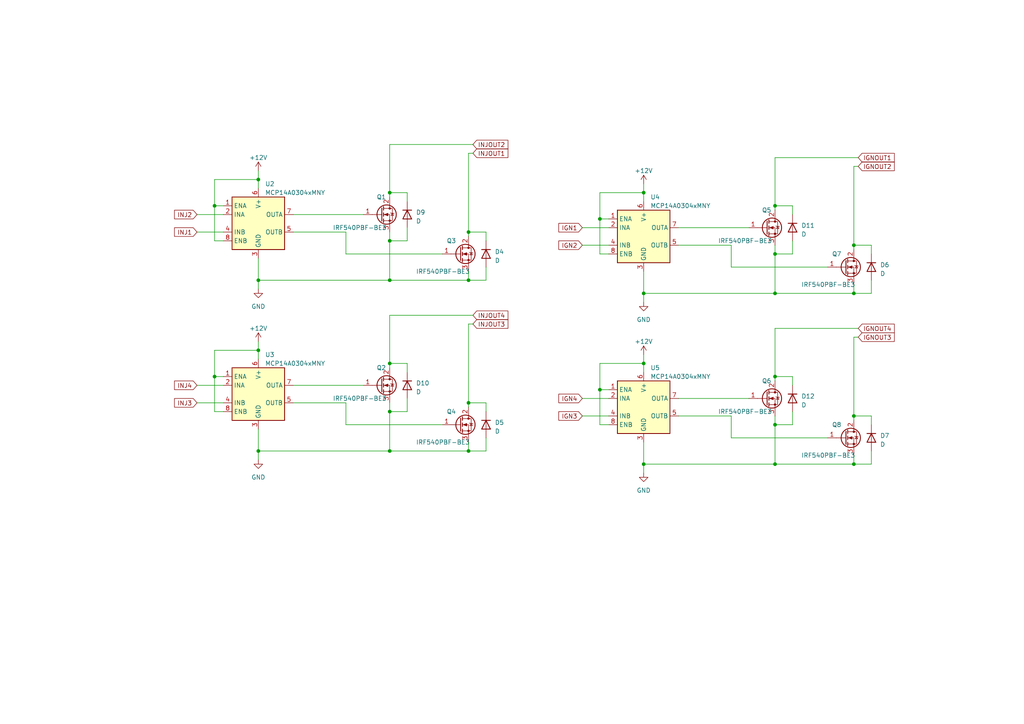
<source format=kicad_sch>
(kicad_sch (version 20220103) (generator eeschema)
  (paper "A4")
  (lib_symbols
    (symbol "Device:D" (pin_numbers hide) (pin_names (offset 1.016) hide)
      (property "Reference" "D" (at 0 2.54 0))
      (property "Value" "D" (at 0 -2.54 0))
      (symbol "D_0_1"
        (polyline (pts (xy -1.27 1.27) (xy -1.27 -1.27)) (stroke (width 0.254)))
        (polyline (pts (xy 1.27 0) (xy -1.27 0)))
        (polyline (pts (xy 1.27 1.27) (xy 1.27 -1.27) (xy -1.27 0) (xy 1.27 1.27)) (stroke (width 0.254)))
      )
      (symbol "D_1_1"
        (pin passive line (at -3.81 0 0) (length 2.54) (name "K") (number "1"))
        (pin passive line (at 3.81 0 180) (length 2.54) (name "A") (number "2"))
      )
    )
    (symbol "Device:Q_NMOS_GDS" (pin_names (offset 0) hide)
      (property "Reference" "Q" (at 5.08 1.27 0))
      (property "Value" "Q_NMOS_GDS" (at 5.08 -1.27 0))
      (symbol "Q_NMOS_GDS_0_1"
        (polyline (pts (xy 0.254 0) (xy -2.54 0)))
        (polyline (pts (xy 0.254 1.905) (xy 0.254 -1.905)) (stroke (width 0.254)))
        (polyline (pts (xy 0.762 -1.27) (xy 0.762 -2.286)) (stroke (width 0.254)))
        (polyline (pts (xy 0.762 0.508) (xy 0.762 -0.508)) (stroke (width 0.254)))
        (polyline (pts (xy 0.762 2.286) (xy 0.762 1.27)) (stroke (width 0.254)))
        (polyline (pts (xy 2.54 2.54) (xy 2.54 1.778)))
        (polyline (pts (xy 2.54 -2.54) (xy 2.54 0) (xy 0.762 0)))
        (polyline (pts (xy 0.762 -1.778) (xy 3.302 -1.778) (xy 3.302 1.778) (xy 0.762 1.778)))
        (polyline (pts (xy 1.016 0) (xy 2.032 0.381) (xy 2.032 -0.381) (xy 1.016 0)) (fill (type outline)))
        (polyline (pts (xy 2.794 0.508) (xy 2.921 0.381) (xy 3.683 0.381) (xy 3.81 0.254)))
        (polyline (pts (xy 3.302 0.381) (xy 2.921 -0.254) (xy 3.683 -0.254) (xy 3.302 0.381)))
        (circle (center 1.651 0) (radius 2.794) (stroke (width 0.254)))
        (circle (center 2.54 -1.778) (radius 0.254) (fill (type outline)))
        (circle (center 2.54 1.778) (radius 0.254) (fill (type outline)))
      )
      (symbol "Q_NMOS_GDS_1_1"
        (pin input line (at -5.08 0 0) (length 2.54) (name "G") (number "1"))
        (pin passive line (at 2.54 5.08 270) (length 2.54) (name "D") (number "2"))
        (pin passive line (at 2.54 -5.08 90) (length 2.54) (name "S") (number "3"))
      )
    )
    (symbol "Driver_FET:MCP14A0304xMNY"
      (property "Reference" "U" (at -7.62 8.89 0))
      (property "Value" "MCP14A0304xMNY" (at 1.27 8.89 0))
      (symbol "MCP14A0304xMNY_0_1"
        (rectangle (start -7.62 -7.62) (end 7.62 7.62) (stroke (width 0.254)) (fill (type background)))
      )
      (symbol "MCP14A0304xMNY_1_1"
        (pin input line (at -10.16 5.08 0) (length 2.54) (name "ENA") (number "1"))
        (pin input line (at -10.16 2.54 0) (length 2.54) (name "INA") (number "2"))
        (pin power_in line (at 0 -10.16 90) (length 2.54) (name "GND") (number "3"))
        (pin input line (at -10.16 -2.54 0) (length 2.54) (name "INB") (number "4"))
        (pin output line (at 10.16 -2.54 180) (length 2.54) (name "OUTB") (number "5"))
        (pin power_in line (at 0 10.16 270) (length 2.54) (name "V+") (number "6"))
        (pin output line (at 10.16 2.54 180) (length 2.54) (name "OUTA") (number "7"))
        (pin input line (at -10.16 -5.08 0) (length 2.54) (name "ENB") (number "8"))
        (pin passive line (at 0 -10.16 90) (length 2.54) hide (name "GND") (number "9"))
      )
    )
    (symbol "power:+12V" (power) (pin_names (offset 0))
      (property "Value" "+12V" (at 0 3.556 0))
      (symbol "+12V_0_1"
        (polyline (pts (xy -0.762 1.27) (xy 0 2.54)))
        (polyline (pts (xy 0 0) (xy 0 2.54)))
        (polyline (pts (xy 0 2.54) (xy 0.762 1.27)))
      )
      (symbol "+12V_1_1"
        (pin power_in line (at 0 0 90) (length 0) hide (name "+12V") (number "1"))
      )
    )
    (symbol "power:GND" (power) (pin_names (offset 0))
      (property "Value" "GND" (at 0 -3.81 0))
      (symbol "GND_0_1"
        (polyline (pts (xy 0 0) (xy 0 -1.27) (xy 1.27 -1.27) (xy 0 -2.54) (xy -1.27 -1.27) (xy 0 -1.27)))
      )
      (symbol "GND_1_1"
        (pin power_in line (at 0 0 270) (length 0) hide (name "GND") (number "1"))
      )
    )
  )
  (junction (at 135.89 81.28))
  (junction (at 224.79 85.09))
  (junction (at 224.79 109.22))
  (junction (at 186.69 55.88))
  (junction (at 135.89 116.84))
  (junction (at 247.65 85.09))
  (junction (at 62.23 109.22))
  (junction (at 74.93 81.28))
  (junction (at 173.99 63.5))
  (junction (at 62.23 59.69))
  (junction (at 113.03 105.41))
  (junction (at 224.79 134.62))
  (junction (at 113.03 55.88))
  (junction (at 113.03 130.81))
  (junction (at 186.69 105.41))
  (junction (at 247.65 134.62))
  (junction (at 247.65 120.65))
  (junction (at 173.99 113.03))
  (junction (at 74.93 101.6))
  (junction (at 135.89 67.31))
  (junction (at 224.79 123.19))
  (junction (at 186.69 85.09))
  (junction (at 113.03 69.85))
  (junction (at 247.65 71.12))
  (junction (at 74.93 130.81))
  (junction (at 135.89 130.81))
  (junction (at 74.93 52.07))
  (junction (at 224.79 59.69))
  (junction (at 186.69 134.62))
  (junction (at 113.03 119.38))
  (junction (at 113.03 81.28))
  (junction (at 224.79 73.66))
  (wire (pts (xy 64.77 59.69) (xy 62.23 59.69)))
  (wire (pts (xy 140.97 116.84) (xy 135.89 116.84)))
  (wire (pts (xy 173.99 73.66) (xy 173.99 63.5)))
  (wire (pts (xy 118.11 119.38) (xy 113.03 119.38)))
  (wire (pts (xy 140.97 81.28) (xy 135.89 81.28)))
  (wire (pts (xy 140.97 130.81) (xy 135.89 130.81)))
  (wire (pts (xy 173.99 55.88) (xy 186.69 55.88)))
  (wire (pts (xy 224.79 120.65) (xy 224.79 123.19)))
  (wire (pts (xy 247.65 82.55) (xy 247.65 85.09)))
  (wire (pts (xy 57.15 67.31) (xy 64.77 67.31)))
  (wire (pts (xy 248.92 48.26) (xy 247.65 48.26)))
  (wire (pts (xy 176.53 73.66) (xy 173.99 73.66)))
  (wire (pts (xy 229.87 123.19) (xy 224.79 123.19)))
  (wire (pts (xy 252.73 71.12) (xy 247.65 71.12)))
  (wire (pts (xy 74.93 99.06) (xy 74.93 101.6)))
  (wire (pts (xy 74.93 49.53) (xy 74.93 52.07)))
  (wire (pts (xy 252.73 85.09) (xy 247.65 85.09)))
  (wire (pts (xy 62.23 101.6) (xy 74.93 101.6)))
  (wire (pts (xy 100.33 73.66) (xy 128.27 73.66)))
  (wire (pts (xy 168.91 115.57) (xy 176.53 115.57)))
  (wire (pts (xy 74.93 101.6) (xy 74.93 104.14)))
  (wire (pts (xy 229.87 119.38) (xy 229.87 123.19)))
  (wire (pts (xy 118.11 69.85) (xy 113.03 69.85)))
  (wire (pts (xy 135.89 128.27) (xy 135.89 130.81)))
  (wire (pts (xy 247.65 132.08) (xy 247.65 134.62)))
  (wire (pts (xy 118.11 105.41) (xy 113.03 105.41)))
  (wire (pts (xy 135.89 130.81) (xy 113.03 130.81)))
  (wire (pts (xy 248.92 45.72) (xy 224.79 45.72)))
  (wire (pts (xy 118.11 55.88) (xy 113.03 55.88)))
  (wire (pts (xy 57.15 62.23) (xy 64.77 62.23)))
  (wire (pts (xy 140.97 119.38) (xy 140.97 116.84)))
  (wire (pts (xy 252.73 123.19) (xy 252.73 120.65)))
  (wire (pts (xy 135.89 78.74) (xy 135.89 81.28)))
  (wire (pts (xy 224.79 45.72) (xy 224.79 59.69)))
  (wire (pts (xy 140.97 67.31) (xy 135.89 67.31)))
  (wire (pts (xy 176.53 63.5) (xy 173.99 63.5)))
  (wire (pts (xy 137.16 44.45) (xy 135.89 44.45)))
  (wire (pts (xy 247.65 71.12) (xy 247.65 72.39)))
  (wire (pts (xy 252.73 134.62) (xy 247.65 134.62)))
  (wire (pts (xy 224.79 85.09) (xy 186.69 85.09)))
  (wire (pts (xy 85.09 116.84) (xy 100.33 116.84)))
  (wire (pts (xy 113.03 105.41) (xy 113.03 106.68)))
  (wire (pts (xy 62.23 109.22) (xy 62.23 101.6)))
  (wire (pts (xy 176.53 123.19) (xy 173.99 123.19)))
  (wire (pts (xy 62.23 119.38) (xy 62.23 109.22)))
  (wire (pts (xy 113.03 41.91) (xy 113.03 55.88)))
  (wire (pts (xy 173.99 123.19) (xy 173.99 113.03)))
  (wire (pts (xy 252.73 120.65) (xy 247.65 120.65)))
  (wire (pts (xy 252.73 130.81) (xy 252.73 134.62)))
  (wire (pts (xy 85.09 111.76) (xy 105.41 111.76)))
  (wire (pts (xy 229.87 62.23) (xy 229.87 59.69)))
  (wire (pts (xy 113.03 81.28) (xy 74.93 81.28)))
  (wire (pts (xy 212.09 127) (xy 240.03 127)))
  (wire (pts (xy 118.11 107.95) (xy 118.11 105.41)))
  (wire (pts (xy 64.77 119.38) (xy 62.23 119.38)))
  (wire (pts (xy 186.69 128.27) (xy 186.69 134.62)))
  (wire (pts (xy 74.93 124.46) (xy 74.93 130.81)))
  (wire (pts (xy 62.23 59.69) (xy 62.23 52.07)))
  (wire (pts (xy 173.99 113.03) (xy 173.99 105.41)))
  (wire (pts (xy 140.97 127) (xy 140.97 130.81)))
  (wire (pts (xy 100.33 116.84) (xy 100.33 123.19)))
  (wire (pts (xy 248.92 95.25) (xy 224.79 95.25)))
  (wire (pts (xy 186.69 134.62) (xy 186.69 137.16)))
  (wire (pts (xy 196.85 66.04) (xy 217.17 66.04)))
  (wire (pts (xy 247.65 134.62) (xy 224.79 134.62)))
  (wire (pts (xy 212.09 120.65) (xy 212.09 127)))
  (wire (pts (xy 135.89 44.45) (xy 135.89 67.31)))
  (wire (pts (xy 186.69 78.74) (xy 186.69 85.09)))
  (wire (pts (xy 196.85 71.12) (xy 212.09 71.12)))
  (wire (pts (xy 168.91 120.65) (xy 176.53 120.65)))
  (wire (pts (xy 135.89 81.28) (xy 113.03 81.28)))
  (wire (pts (xy 186.69 85.09) (xy 186.69 87.63)))
  (wire (pts (xy 224.79 123.19) (xy 224.79 134.62)))
  (wire (pts (xy 74.93 130.81) (xy 74.93 133.35)))
  (wire (pts (xy 224.79 59.69) (xy 224.79 60.96)))
  (wire (pts (xy 64.77 69.85) (xy 62.23 69.85)))
  (wire (pts (xy 229.87 111.76) (xy 229.87 109.22)))
  (wire (pts (xy 229.87 73.66) (xy 224.79 73.66)))
  (wire (pts (xy 118.11 115.57) (xy 118.11 119.38)))
  (wire (pts (xy 64.77 109.22) (xy 62.23 109.22)))
  (wire (pts (xy 140.97 69.85) (xy 140.97 67.31)))
  (wire (pts (xy 196.85 115.57) (xy 217.17 115.57)))
  (wire (pts (xy 74.93 74.93) (xy 74.93 81.28)))
  (wire (pts (xy 113.03 55.88) (xy 113.03 57.15)))
  (wire (pts (xy 118.11 66.04) (xy 118.11 69.85)))
  (wire (pts (xy 186.69 105.41) (xy 186.69 107.95)))
  (wire (pts (xy 176.53 113.03) (xy 173.99 113.03)))
  (wire (pts (xy 113.03 91.44) (xy 113.03 105.41)))
  (wire (pts (xy 212.09 71.12) (xy 212.09 77.47)))
  (wire (pts (xy 135.89 116.84) (xy 135.89 118.11)))
  (wire (pts (xy 224.79 134.62) (xy 186.69 134.62)))
  (wire (pts (xy 137.16 41.91) (xy 113.03 41.91)))
  (wire (pts (xy 224.79 73.66) (xy 224.79 85.09)))
  (wire (pts (xy 137.16 91.44) (xy 113.03 91.44)))
  (wire (pts (xy 135.89 93.98) (xy 135.89 116.84)))
  (wire (pts (xy 229.87 109.22) (xy 224.79 109.22)))
  (wire (pts (xy 113.03 119.38) (xy 113.03 130.81)))
  (wire (pts (xy 113.03 67.31) (xy 113.03 69.85)))
  (wire (pts (xy 212.09 77.47) (xy 240.03 77.47)))
  (wire (pts (xy 113.03 130.81) (xy 74.93 130.81)))
  (wire (pts (xy 100.33 123.19) (xy 128.27 123.19)))
  (wire (pts (xy 173.99 63.5) (xy 173.99 55.88)))
  (wire (pts (xy 168.91 71.12) (xy 176.53 71.12)))
  (wire (pts (xy 62.23 69.85) (xy 62.23 59.69)))
  (wire (pts (xy 168.91 66.04) (xy 176.53 66.04)))
  (wire (pts (xy 224.79 109.22) (xy 224.79 110.49)))
  (wire (pts (xy 118.11 58.42) (xy 118.11 55.88)))
  (wire (pts (xy 247.65 97.79) (xy 247.65 120.65)))
  (wire (pts (xy 186.69 53.34) (xy 186.69 55.88)))
  (wire (pts (xy 247.65 120.65) (xy 247.65 121.92)))
  (wire (pts (xy 113.03 69.85) (xy 113.03 81.28)))
  (wire (pts (xy 74.93 81.28) (xy 74.93 83.82)))
  (wire (pts (xy 100.33 67.31) (xy 100.33 73.66)))
  (wire (pts (xy 196.85 120.65) (xy 212.09 120.65)))
  (wire (pts (xy 248.92 97.79) (xy 247.65 97.79)))
  (wire (pts (xy 229.87 69.85) (xy 229.87 73.66)))
  (wire (pts (xy 57.15 111.76) (xy 64.77 111.76)))
  (wire (pts (xy 247.65 85.09) (xy 224.79 85.09)))
  (wire (pts (xy 62.23 52.07) (xy 74.93 52.07)))
  (wire (pts (xy 186.69 55.88) (xy 186.69 58.42)))
  (wire (pts (xy 140.97 77.47) (xy 140.97 81.28)))
  (wire (pts (xy 247.65 48.26) (xy 247.65 71.12)))
  (wire (pts (xy 229.87 59.69) (xy 224.79 59.69)))
  (wire (pts (xy 224.79 71.12) (xy 224.79 73.66)))
  (wire (pts (xy 135.89 67.31) (xy 135.89 68.58)))
  (wire (pts (xy 85.09 62.23) (xy 105.41 62.23)))
  (wire (pts (xy 186.69 102.87) (xy 186.69 105.41)))
  (wire (pts (xy 85.09 67.31) (xy 100.33 67.31)))
  (wire (pts (xy 173.99 105.41) (xy 186.69 105.41)))
  (wire (pts (xy 113.03 116.84) (xy 113.03 119.38)))
  (wire (pts (xy 57.15 116.84) (xy 64.77 116.84)))
  (wire (pts (xy 224.79 95.25) (xy 224.79 109.22)))
  (wire (pts (xy 74.93 52.07) (xy 74.93 54.61)))
  (wire (pts (xy 252.73 81.28) (xy 252.73 85.09)))
  (wire (pts (xy 137.16 93.98) (xy 135.89 93.98)))
  (wire (pts (xy 252.73 73.66) (xy 252.73 71.12)))
  (global_label "INJ4" (shape input) (at 57.15 111.76 180) (property "Références de Feuilles" "${INTERSHEET_REFS}" (at 50.6017 111.76 0) (effects (justify right))))
  (global_label "IGN2" (shape input) (at 168.91 71.12 180) (property "Références de Feuilles" "${INTERSHEET_REFS}" (at 162.0593 71.12 0) (effects (justify right))))
  (global_label "INJ2" (shape input) (at 57.15 62.23 180) (property "Références de Feuilles" "${INTERSHEET_REFS}" (at 50.6621 62.23 0) (effects (justify right))))
  (global_label "INJOUT1" (shape input) (at 137.16 44.45 0) (property "Références de Feuilles" "${INTERSHEET_REFS}" (at 147.1825 44.45 0) (effects (justify left))))
  (global_label "INJ1" (shape input) (at 57.15 67.31 180) (property "Références de Feuilles" "${INTERSHEET_REFS}" (at 50.6621 67.31 0) (effects (justify right))))
  (global_label "IGNOUT2" (shape input) (at 248.92 48.26 0) (property "Références de Feuilles" "${INTERSHEET_REFS}" (at 259.3053 48.26 0) (effects (justify left))))
  (global_label "INJOUT2" (shape input) (at 137.16 41.91 0) (property "Références de Feuilles" "${INTERSHEET_REFS}" (at 147.1825 41.91 0) (effects (justify left))))
  (global_label "IGN4" (shape input) (at 168.91 115.57 180) (property "Références de Feuilles" "${INTERSHEET_REFS}" (at 161.9989 115.57 0) (effects (justify right))))
  (global_label "IGNOUT4" (shape input) (at 248.92 95.25 0) (property "Références de Feuilles" "${INTERSHEET_REFS}" (at 259.3657 95.25 0) (effects (justify left))))
  (global_label "INJOUT4" (shape input) (at 137.16 91.44 0) (property "Références de Feuilles" "${INTERSHEET_REFS}" (at 147.2429 91.44 0) (effects (justify left))))
  (global_label "IGNOUT1" (shape input) (at 248.92 45.72 0) (property "Références de Feuilles" "${INTERSHEET_REFS}" (at 259.3053 45.72 0) (effects (justify left))))
  (global_label "INJOUT3" (shape input) (at 137.16 93.98 0) (property "Références de Feuilles" "${INTERSHEET_REFS}" (at 147.1825 93.98 0) (effects (justify left))))
  (global_label "IGNOUT3" (shape input) (at 248.92 97.79 0) (property "Références de Feuilles" "${INTERSHEET_REFS}" (at 259.3053 97.79 0) (effects (justify left))))
  (global_label "IGN3" (shape input) (at 168.91 120.65 180) (property "Références de Feuilles" "${INTERSHEET_REFS}" (at 162.0593 120.65 0) (effects (justify right))))
  (global_label "IGN1" (shape input) (at 168.91 66.04 180) (property "Références de Feuilles" "${INTERSHEET_REFS}" (at 162.0593 66.04 0) (effects (justify right))))
  (global_label "INJ3" (shape input) (at 57.15 116.84 180) (property "Références de Feuilles" "${INTERSHEET_REFS}" (at 50.6621 116.84 0) (effects (justify right))))
  (symbol (lib_id "Driver_FET:MCP14A0304xMNY") (at 186.69 118.11 0) (unit 1)
    (property "Reference" "U5" (at 188.6459 106.68 0) (effects (justify left)))
    (property "Value" "MCP14A0304xMNY" (at 188.6459 109.22 0) (effects (justify left)))
    (property "Footprint" "Package_DFN_QFN:WDFN-8-1EP_3x2mm_P0.5mm_EP1.3x1.4mm" (effects hide))
    (property "Datasheet" "http://ww1.microchip.com/downloads/en/DeviceDoc/MCP14A0303_4_5-Data-Sheet-20006046A.pdf" (effects hide))
  )
  (symbol (lib_id "Device:D") (at 229.87 66.04 270) (unit 1)
    (property "Reference" "D11" (at 232.41 65.405 90) (effects (justify left)))
    (property "Value" "D" (at 232.41 67.945 90) (effects (justify left)))
    (property "Footprint" "Package_TO_SOT_THT:TO-220-2_Vertical" (effects hide))
  )
  (symbol (lib_id "Device:D") (at 229.87 115.57 270) (unit 1)
    (property "Reference" "D12" (at 232.41 114.935 90) (effects (justify left)))
    (property "Value" "D" (at 232.41 117.475 90) (effects (justify left)))
    (property "Footprint" "Package_TO_SOT_THT:TO-220-2_Vertical" (effects hide))
  )
  (symbol (lib_id "power:+12V") (at 74.93 99.06 0) (unit 1)
    (property "Reference" "#PWR0120" (effects hide))
    (property "Value" "+12V" (at 74.93 95.25 0))
  )
  (symbol (lib_id "Device:D") (at 118.11 62.23 270) (unit 1)
    (property "Reference" "D9" (at 120.65 61.595 90) (effects (justify left)))
    (property "Value" "D" (at 120.65 64.135 90) (effects (justify left)))
    (property "Footprint" "Package_TO_SOT_THT:TO-220-2_Vertical" (effects hide))
  )
  (symbol (lib_id "Device:D") (at 140.97 123.19 270) (unit 1)
    (property "Reference" "D5" (at 143.51 122.555 90) (effects (justify left)))
    (property "Value" "D" (at 143.51 125.095 90) (effects (justify left)))
    (property "Footprint" "Package_TO_SOT_THT:TO-220-2_Vertical" (effects hide))
  )
  (symbol (lib_id "Device:Q_NMOS_GDS") (at 133.35 123.19 0) (unit 1)
    (property "Reference" "Q4" (at 129.54 119.38 0) (effects (justify left)))
    (property "Value" "IRF540PBF-BE3" (at 120.65 128.27 0) (effects (justify left)))
    (property "Footprint" "Package_TO_SOT_THT:TO-220-3_Vertical" (effects hide))
  )
  (symbol (lib_id "Driver_FET:MCP14A0304xMNY") (at 74.93 64.77 0) (unit 1)
    (property "Reference" "U2" (at 76.8859 53.34 0) (effects (justify left)))
    (property "Value" "MCP14A0304xMNY" (at 76.8859 55.88 0) (effects (justify left)))
    (property "Footprint" "Package_DFN_QFN:WDFN-8-1EP_3x2mm_P0.5mm_EP1.3x1.4mm" (effects hide))
    (property "Datasheet" "http://ww1.microchip.com/downloads/en/DeviceDoc/MCP14A0303_4_5-Data-Sheet-20006046A.pdf" (effects hide))
  )
  (symbol (lib_id "Device:Q_NMOS_GDS") (at 245.11 77.47 0) (unit 1)
    (property "Reference" "Q7" (at 241.3 73.66 0) (effects (justify left)))
    (property "Value" "IRF540PBF-BE3" (at 232.41 82.55 0) (effects (justify left)))
    (property "Footprint" "Package_TO_SOT_THT:TO-220-3_Vertical" (effects hide))
  )
  (symbol (lib_id "power:GND") (at 74.93 83.82 0) (unit 1)
    (property "Reference" "#PWR0121" (effects hide))
    (property "Value" "GND" (at 74.93 88.9 0))
  )
  (symbol (lib_id "Device:D") (at 252.73 77.47 270) (unit 1)
    (property "Reference" "D6" (at 255.27 76.835 90) (effects (justify left)))
    (property "Value" "D" (at 255.27 79.375 90) (effects (justify left)))
    (property "Footprint" "Package_TO_SOT_THT:TO-220-2_Vertical" (effects hide))
  )
  (symbol (lib_id "Device:D") (at 118.11 111.76 270) (unit 1)
    (property "Reference" "D10" (at 120.65 111.125 90) (effects (justify left)))
    (property "Value" "D" (at 120.65 113.665 90) (effects (justify left)))
    (property "Footprint" "Package_TO_SOT_THT:TO-220-2_Vertical" (effects hide))
  )
  (symbol (lib_id "Device:D") (at 252.73 127 270) (unit 1)
    (property "Reference" "D7" (at 255.27 126.365 90) (effects (justify left)))
    (property "Value" "D" (at 255.27 128.905 90) (effects (justify left)))
    (property "Footprint" "Package_TO_SOT_THT:TO-220-2_Vertical" (effects hide))
  )
  (symbol (lib_id "power:+12V") (at 186.69 53.34 0) (unit 1)
    (property "Reference" "#PWR0119" (effects hide))
    (property "Value" "+12V" (at 186.69 49.53 0))
  )
  (symbol (lib_id "Device:Q_NMOS_GDS") (at 222.25 115.57 0) (unit 1)
    (property "Reference" "Q6" (at 220.98 110.49 0) (effects (justify left)))
    (property "Value" "IRF540PBF-BE3" (at 208.28 119.38 0) (effects (justify left)))
    (property "Footprint" "Package_TO_SOT_THT:TO-220-3_Vertical" (effects hide))
  )
  (symbol (lib_id "power:+12V") (at 186.69 102.87 0) (unit 1)
    (property "Reference" "#PWR0126" (effects hide))
    (property "Value" "+12V" (at 186.69 99.06 0))
  )
  (symbol (lib_id "Driver_FET:MCP14A0304xMNY") (at 186.69 68.58 0) (unit 1)
    (property "Reference" "U4" (at 188.6459 57.15 0) (effects (justify left)))
    (property "Value" "MCP14A0304xMNY" (at 188.6459 59.69 0) (effects (justify left)))
    (property "Footprint" "Package_DFN_QFN:WDFN-8-1EP_3x2mm_P0.5mm_EP1.3x1.4mm" (effects hide))
    (property "Datasheet" "http://ww1.microchip.com/downloads/en/DeviceDoc/MCP14A0303_4_5-Data-Sheet-20006046A.pdf" (effects hide))
  )
  (symbol (lib_id "Device:Q_NMOS_GDS") (at 110.49 62.23 0) (unit 1)
    (property "Reference" "Q1" (at 109.22 57.15 0) (effects (justify left)))
    (property "Value" "IRF540PBF-BE3" (at 96.52 66.04 0) (effects (justify left)))
    (property "Footprint" "Package_TO_SOT_THT:TO-220-3_Vertical" (effects hide))
  )
  (symbol (lib_id "Device:Q_NMOS_GDS") (at 222.25 66.04 0) (unit 1)
    (property "Reference" "Q5" (at 220.98 60.96 0) (effects (justify left)))
    (property "Value" "IRF540PBF-BE3" (at 208.28 69.85 0) (effects (justify left)))
    (property "Footprint" "Package_TO_SOT_THT:TO-220-3_Vertical" (effects hide))
  )
  (symbol (lib_id "Device:D") (at 140.97 73.66 270) (unit 1)
    (property "Reference" "D4" (at 143.51 73.025 90) (effects (justify left)))
    (property "Value" "D" (at 143.51 75.565 90) (effects (justify left)))
    (property "Footprint" "Package_TO_SOT_THT:TO-220-2_Vertical" (effects hide))
  )
  (symbol (lib_id "Device:Q_NMOS_GDS") (at 110.49 111.76 0) (unit 1)
    (property "Reference" "Q2" (at 109.22 106.68 0) (effects (justify left)))
    (property "Value" "IRF540PBF-BE3" (at 96.52 115.57 0) (effects (justify left)))
    (property "Footprint" "Package_TO_SOT_THT:TO-220-3_Vertical" (effects hide))
  )
  (symbol (lib_id "power:+12V") (at 74.93 49.53 0) (unit 1)
    (property "Reference" "#PWR0123" (effects hide))
    (property "Value" "+12V" (at 74.93 45.72 0))
  )
  (symbol (lib_id "power:GND") (at 186.69 87.63 0) (unit 1)
    (property "Reference" "#PWR0125" (effects hide))
    (property "Value" "GND" (at 186.69 92.71 0))
  )
  (symbol (lib_id "power:GND") (at 186.69 137.16 0) (unit 1)
    (property "Reference" "#PWR0124" (effects hide))
    (property "Value" "GND" (at 186.69 142.24 0))
  )
  (symbol (lib_id "Device:Q_NMOS_GDS") (at 245.11 127 0) (unit 1)
    (property "Reference" "Q8" (at 241.3 123.19 0) (effects (justify left)))
    (property "Value" "IRF540PBF-BE3" (at 232.41 132.08 0) (effects (justify left)))
    (property "Footprint" "Package_TO_SOT_THT:TO-220-3_Vertical" (effects hide))
  )
  (symbol (lib_id "Device:Q_NMOS_GDS") (at 133.35 73.66 0) (unit 1)
    (property "Reference" "Q3" (at 129.54 69.85 0) (effects (justify left)))
    (property "Value" "IRF540PBF-BE3" (at 120.65 78.74 0) (effects (justify left)))
    (property "Footprint" "Package_TO_SOT_THT:TO-220-3_Vertical" (effects hide))
  )
  (symbol (lib_id "Driver_FET:MCP14A0304xMNY") (at 74.93 114.3 0) (unit 1)
    (property "Reference" "U3" (at 76.8859 102.87 0) (effects (justify left)))
    (property "Value" "MCP14A0304xMNY" (at 76.8859 105.41 0) (effects (justify left)))
    (property "Footprint" "Package_DFN_QFN:WDFN-8-1EP_3x2mm_P0.5mm_EP1.3x1.4mm" (effects hide))
    (property "Datasheet" "http://ww1.microchip.com/downloads/en/DeviceDoc/MCP14A0303_4_5-Data-Sheet-20006046A.pdf" (effects hide))
  )
  (symbol (lib_id "power:GND") (at 74.93 133.35 0) (unit 1)
    (property "Reference" "#PWR0122" (effects hide))
    (property "Value" "GND" (at 74.93 138.43 0))
  )
)
</source>
